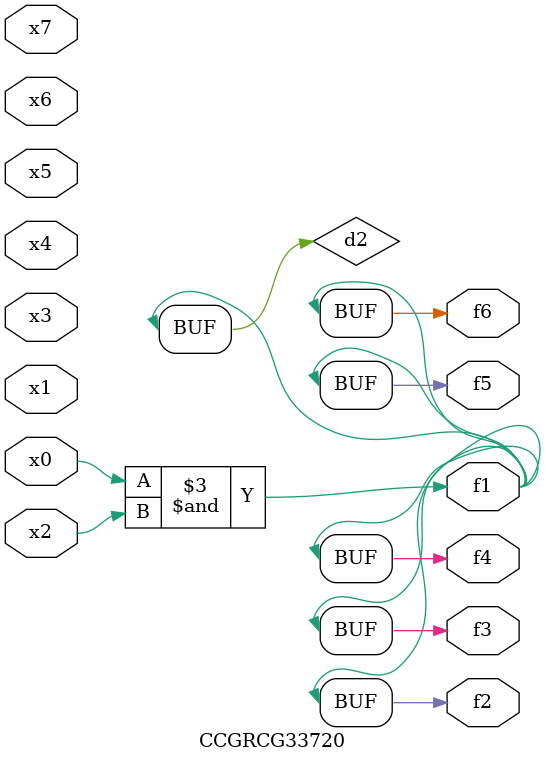
<source format=v>
module CCGRCG33720(
	input x0, x1, x2, x3, x4, x5, x6, x7,
	output f1, f2, f3, f4, f5, f6
);

	wire d1, d2;

	nor (d1, x3, x6);
	and (d2, x0, x2);
	assign f1 = d2;
	assign f2 = d2;
	assign f3 = d2;
	assign f4 = d2;
	assign f5 = d2;
	assign f6 = d2;
endmodule

</source>
